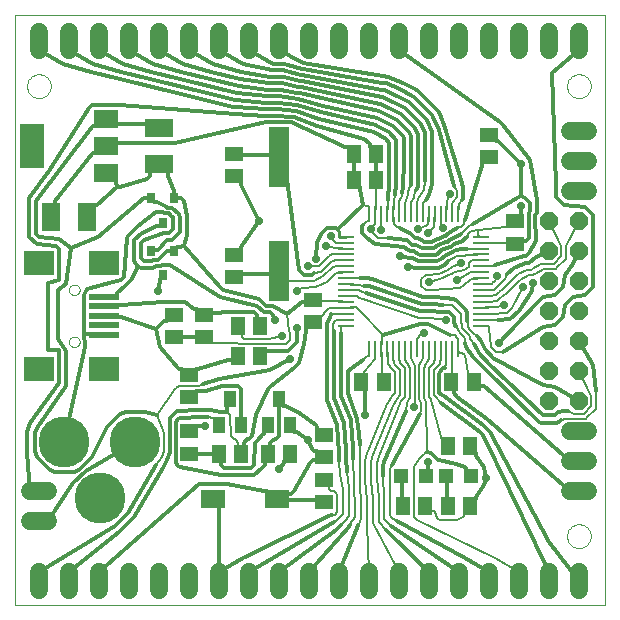
<source format=gtl>
G75*
G70*
%OFA0B0*%
%FSLAX24Y24*%
%IPPOS*%
%LPD*%
%AMOC8*
5,1,8,0,0,1.08239X$1,22.5*
%
%ADD10C,0.0000*%
%ADD11C,0.0600*%
%ADD12R,0.0790X0.0590*%
%ADD13R,0.0790X0.1500*%
%ADD14R,0.0984X0.0197*%
%ADD15R,0.0984X0.0787*%
%ADD16C,0.1700*%
%ADD17R,0.0591X0.0512*%
%ADD18R,0.0512X0.0591*%
%ADD19R,0.0630X0.0945*%
%ADD20R,0.0945X0.0630*%
%ADD21R,0.0472X0.0472*%
%ADD22R,0.0787X0.0630*%
%ADD23R,0.0580X0.0110*%
%ADD24R,0.0110X0.0580*%
%ADD25OC8,0.0600*%
%ADD26R,0.0315X0.0354*%
%ADD27R,0.0394X0.0551*%
%ADD28R,0.0700X0.2000*%
%ADD29C,0.0118*%
%ADD30C,0.0079*%
%ADD31C,0.0277*%
%ADD32C,0.0110*%
D10*
X001875Y000107D02*
X001875Y019792D01*
X021560Y019792D01*
X021560Y000107D01*
X001875Y000107D01*
X003681Y008886D02*
X003683Y008912D01*
X003689Y008938D01*
X003699Y008963D01*
X003712Y008986D01*
X003728Y009006D01*
X003748Y009024D01*
X003770Y009039D01*
X003793Y009051D01*
X003819Y009059D01*
X003845Y009063D01*
X003871Y009063D01*
X003897Y009059D01*
X003923Y009051D01*
X003947Y009039D01*
X003968Y009024D01*
X003988Y009006D01*
X004004Y008986D01*
X004017Y008963D01*
X004027Y008938D01*
X004033Y008912D01*
X004035Y008886D01*
X004033Y008860D01*
X004027Y008834D01*
X004017Y008809D01*
X004004Y008786D01*
X003988Y008766D01*
X003968Y008748D01*
X003946Y008733D01*
X003923Y008721D01*
X003897Y008713D01*
X003871Y008709D01*
X003845Y008709D01*
X003819Y008713D01*
X003793Y008721D01*
X003769Y008733D01*
X003748Y008748D01*
X003728Y008766D01*
X003712Y008786D01*
X003699Y008809D01*
X003689Y008834D01*
X003683Y008860D01*
X003681Y008886D01*
X003681Y010619D02*
X003683Y010645D01*
X003689Y010671D01*
X003699Y010696D01*
X003712Y010719D01*
X003728Y010739D01*
X003748Y010757D01*
X003770Y010772D01*
X003793Y010784D01*
X003819Y010792D01*
X003845Y010796D01*
X003871Y010796D01*
X003897Y010792D01*
X003923Y010784D01*
X003947Y010772D01*
X003968Y010757D01*
X003988Y010739D01*
X004004Y010719D01*
X004017Y010696D01*
X004027Y010671D01*
X004033Y010645D01*
X004035Y010619D01*
X004033Y010593D01*
X004027Y010567D01*
X004017Y010542D01*
X004004Y010519D01*
X003988Y010499D01*
X003968Y010481D01*
X003946Y010466D01*
X003923Y010454D01*
X003897Y010446D01*
X003871Y010442D01*
X003845Y010442D01*
X003819Y010446D01*
X003793Y010454D01*
X003769Y010466D01*
X003748Y010481D01*
X003728Y010499D01*
X003712Y010519D01*
X003699Y010542D01*
X003689Y010567D01*
X003683Y010593D01*
X003681Y010619D01*
X002284Y017410D02*
X002286Y017449D01*
X002292Y017488D01*
X002302Y017526D01*
X002315Y017563D01*
X002332Y017598D01*
X002352Y017632D01*
X002376Y017663D01*
X002403Y017692D01*
X002432Y017718D01*
X002464Y017741D01*
X002498Y017761D01*
X002534Y017777D01*
X002571Y017789D01*
X002610Y017798D01*
X002649Y017803D01*
X002688Y017804D01*
X002727Y017801D01*
X002766Y017794D01*
X002803Y017783D01*
X002840Y017769D01*
X002875Y017751D01*
X002908Y017730D01*
X002939Y017705D01*
X002967Y017678D01*
X002992Y017648D01*
X003014Y017615D01*
X003033Y017581D01*
X003048Y017545D01*
X003060Y017507D01*
X003068Y017469D01*
X003072Y017430D01*
X003072Y017390D01*
X003068Y017351D01*
X003060Y017313D01*
X003048Y017275D01*
X003033Y017239D01*
X003014Y017205D01*
X002992Y017172D01*
X002967Y017142D01*
X002939Y017115D01*
X002908Y017090D01*
X002875Y017069D01*
X002840Y017051D01*
X002803Y017037D01*
X002766Y017026D01*
X002727Y017019D01*
X002688Y017016D01*
X002649Y017017D01*
X002610Y017022D01*
X002571Y017031D01*
X002534Y017043D01*
X002498Y017059D01*
X002464Y017079D01*
X002432Y017102D01*
X002403Y017128D01*
X002376Y017157D01*
X002352Y017188D01*
X002332Y017222D01*
X002315Y017257D01*
X002302Y017294D01*
X002292Y017332D01*
X002286Y017371D01*
X002284Y017410D01*
X020284Y017410D02*
X020286Y017449D01*
X020292Y017488D01*
X020302Y017526D01*
X020315Y017563D01*
X020332Y017598D01*
X020352Y017632D01*
X020376Y017663D01*
X020403Y017692D01*
X020432Y017718D01*
X020464Y017741D01*
X020498Y017761D01*
X020534Y017777D01*
X020571Y017789D01*
X020610Y017798D01*
X020649Y017803D01*
X020688Y017804D01*
X020727Y017801D01*
X020766Y017794D01*
X020803Y017783D01*
X020840Y017769D01*
X020875Y017751D01*
X020908Y017730D01*
X020939Y017705D01*
X020967Y017678D01*
X020992Y017648D01*
X021014Y017615D01*
X021033Y017581D01*
X021048Y017545D01*
X021060Y017507D01*
X021068Y017469D01*
X021072Y017430D01*
X021072Y017390D01*
X021068Y017351D01*
X021060Y017313D01*
X021048Y017275D01*
X021033Y017239D01*
X021014Y017205D01*
X020992Y017172D01*
X020967Y017142D01*
X020939Y017115D01*
X020908Y017090D01*
X020875Y017069D01*
X020840Y017051D01*
X020803Y017037D01*
X020766Y017026D01*
X020727Y017019D01*
X020688Y017016D01*
X020649Y017017D01*
X020610Y017022D01*
X020571Y017031D01*
X020534Y017043D01*
X020498Y017059D01*
X020464Y017079D01*
X020432Y017102D01*
X020403Y017128D01*
X020376Y017157D01*
X020352Y017188D01*
X020332Y017222D01*
X020315Y017257D01*
X020302Y017294D01*
X020292Y017332D01*
X020286Y017371D01*
X020284Y017410D01*
X020284Y002410D02*
X020286Y002449D01*
X020292Y002488D01*
X020302Y002526D01*
X020315Y002563D01*
X020332Y002598D01*
X020352Y002632D01*
X020376Y002663D01*
X020403Y002692D01*
X020432Y002718D01*
X020464Y002741D01*
X020498Y002761D01*
X020534Y002777D01*
X020571Y002789D01*
X020610Y002798D01*
X020649Y002803D01*
X020688Y002804D01*
X020727Y002801D01*
X020766Y002794D01*
X020803Y002783D01*
X020840Y002769D01*
X020875Y002751D01*
X020908Y002730D01*
X020939Y002705D01*
X020967Y002678D01*
X020992Y002648D01*
X021014Y002615D01*
X021033Y002581D01*
X021048Y002545D01*
X021060Y002507D01*
X021068Y002469D01*
X021072Y002430D01*
X021072Y002390D01*
X021068Y002351D01*
X021060Y002313D01*
X021048Y002275D01*
X021033Y002239D01*
X021014Y002205D01*
X020992Y002172D01*
X020967Y002142D01*
X020939Y002115D01*
X020908Y002090D01*
X020875Y002069D01*
X020840Y002051D01*
X020803Y002037D01*
X020766Y002026D01*
X020727Y002019D01*
X020688Y002016D01*
X020649Y002017D01*
X020610Y002022D01*
X020571Y002031D01*
X020534Y002043D01*
X020498Y002059D01*
X020464Y002079D01*
X020432Y002102D01*
X020403Y002128D01*
X020376Y002157D01*
X020352Y002188D01*
X020332Y002222D01*
X020315Y002257D01*
X020302Y002294D01*
X020292Y002332D01*
X020286Y002371D01*
X020284Y002410D01*
D11*
X020678Y001210D02*
X020678Y000610D01*
X019678Y000610D02*
X019678Y001210D01*
X018678Y001210D02*
X018678Y000610D01*
X017678Y000610D02*
X017678Y001210D01*
X016678Y001210D02*
X016678Y000610D01*
X015678Y000610D02*
X015678Y001210D01*
X014678Y001210D02*
X014678Y000610D01*
X013678Y000610D02*
X013678Y001210D01*
X012678Y001210D02*
X012678Y000610D01*
X011678Y000610D02*
X011678Y001210D01*
X010678Y001210D02*
X010678Y000610D01*
X009678Y000610D02*
X009678Y001210D01*
X008678Y001210D02*
X008678Y000610D01*
X007678Y000610D02*
X007678Y001210D01*
X006678Y001210D02*
X006678Y000610D01*
X005678Y000610D02*
X005678Y001210D01*
X004678Y001210D02*
X004678Y000610D01*
X003678Y000610D02*
X003678Y001210D01*
X002678Y001210D02*
X002678Y000610D01*
X002978Y002910D02*
X002378Y002910D01*
X002378Y003910D02*
X002978Y003910D01*
X002678Y018610D02*
X002678Y019210D01*
X003678Y019210D02*
X003678Y018610D01*
X004678Y018610D02*
X004678Y019210D01*
X005678Y019210D02*
X005678Y018610D01*
X006678Y018610D02*
X006678Y019210D01*
X007678Y019210D02*
X007678Y018610D01*
X008678Y018610D02*
X008678Y019210D01*
X009678Y019210D02*
X009678Y018610D01*
X010678Y018610D02*
X010678Y019210D01*
X011678Y019210D02*
X011678Y018610D01*
X012678Y018610D02*
X012678Y019210D01*
X013678Y019210D02*
X013678Y018610D01*
X014678Y018610D02*
X014678Y019210D01*
X015678Y019210D02*
X015678Y018610D01*
X016678Y018610D02*
X016678Y019210D01*
X017678Y019210D02*
X017678Y018610D01*
X018678Y018610D02*
X018678Y019210D01*
X019678Y019210D02*
X019678Y018610D01*
X020678Y018610D02*
X020678Y019210D01*
X020978Y015910D02*
X020378Y015910D01*
X020378Y014910D02*
X020978Y014910D01*
X020978Y013910D02*
X020378Y013910D01*
X020378Y005910D02*
X020978Y005910D01*
X020978Y004910D02*
X020378Y004910D01*
X020378Y003910D02*
X020978Y003910D01*
D12*
X004918Y014520D03*
X004918Y015420D03*
X004918Y016320D03*
D13*
X002438Y015410D03*
D14*
X004843Y010382D03*
X004843Y010067D03*
X004843Y009753D03*
X004843Y009438D03*
X004843Y009123D03*
D15*
X004843Y007981D03*
X002677Y007981D03*
X002677Y011524D03*
X004843Y011524D03*
D16*
X005894Y005535D03*
X004713Y003685D03*
X003531Y005535D03*
D17*
X007178Y009036D03*
X007178Y009784D03*
X008178Y009784D03*
X008178Y009036D03*
X007678Y007784D03*
X007678Y007036D03*
X007678Y005909D03*
X007678Y005161D03*
X012178Y005036D03*
X012178Y005784D03*
X012178Y004284D03*
X012178Y003536D03*
X011803Y009536D03*
X011803Y010284D03*
X009178Y011036D03*
X009178Y011784D03*
X009178Y014411D03*
X009178Y015159D03*
X017678Y015036D03*
X017678Y015784D03*
X018553Y012909D03*
X018553Y012161D03*
D18*
X013927Y014285D03*
X013179Y014285D03*
X013179Y015160D03*
X013927Y015160D03*
X010052Y009410D03*
X009304Y009410D03*
X009304Y008410D03*
X010052Y008410D03*
X013429Y007535D03*
X014177Y007535D03*
X016429Y007535D03*
X017177Y007535D03*
X017052Y005410D03*
X016304Y005410D03*
X016304Y003410D03*
X017052Y003410D03*
X015552Y003410D03*
X014804Y003410D03*
X011052Y005160D03*
X010304Y005160D03*
X009427Y005160D03*
X008679Y005160D03*
D19*
X004269Y013035D03*
X003088Y013035D03*
D20*
X006678Y014819D03*
X006678Y016001D03*
D21*
X014765Y004410D03*
X015592Y004410D03*
X016265Y004410D03*
X017092Y004410D03*
D22*
X010616Y003660D03*
X008490Y003660D03*
D23*
X012928Y009430D03*
X012928Y009630D03*
X012928Y009830D03*
X012928Y010020D03*
X012928Y010220D03*
X012928Y010420D03*
X012928Y010610D03*
X012928Y010810D03*
X012928Y011010D03*
X012928Y011210D03*
X012928Y011400D03*
X012928Y011600D03*
X012928Y011800D03*
X012928Y011990D03*
X012928Y012190D03*
X012928Y012390D03*
X017428Y012390D03*
X017428Y012190D03*
X017428Y011990D03*
X017428Y011800D03*
X017428Y011600D03*
X017428Y011400D03*
X017428Y011210D03*
X017428Y011010D03*
X017428Y010810D03*
X017428Y010610D03*
X017428Y010420D03*
X017428Y010220D03*
X017428Y010020D03*
X017428Y009830D03*
X017428Y009630D03*
X017428Y009430D03*
D24*
X016658Y008660D03*
X016458Y008660D03*
X016258Y008660D03*
X016068Y008660D03*
X015868Y008660D03*
X015668Y008660D03*
X015478Y008660D03*
X015278Y008660D03*
X015078Y008660D03*
X014878Y008660D03*
X014688Y008660D03*
X014488Y008660D03*
X014288Y008660D03*
X014098Y008660D03*
X013898Y008660D03*
X013698Y008660D03*
X013698Y013160D03*
X013898Y013160D03*
X014098Y013160D03*
X014288Y013160D03*
X014488Y013160D03*
X014688Y013160D03*
X014878Y013160D03*
X015078Y013160D03*
X015278Y013160D03*
X015478Y013160D03*
X015668Y013160D03*
X015868Y013160D03*
X016068Y013160D03*
X016258Y013160D03*
X016458Y013160D03*
X016658Y013160D03*
D25*
X019678Y012910D03*
X019678Y011910D03*
X019678Y010910D03*
X019678Y009910D03*
X019678Y008910D03*
X019678Y007910D03*
X019678Y006910D03*
X020678Y006910D03*
X020678Y007910D03*
X020678Y008910D03*
X020678Y009910D03*
X020678Y010910D03*
X020678Y011910D03*
X020678Y012910D03*
D26*
X007177Y013679D03*
X006429Y013679D03*
X006803Y012852D03*
X006429Y011929D03*
X007177Y011929D03*
X006803Y011102D03*
D27*
X009053Y006968D03*
X008679Y006102D03*
X009427Y006102D03*
X010304Y006102D03*
X011052Y006102D03*
X010678Y006968D03*
D28*
X010678Y011260D03*
X010678Y015060D03*
D29*
X010387Y015109D01*
X010328Y015109D01*
X009473Y015109D01*
X009414Y015109D01*
X009178Y015159D01*
X009178Y014411D02*
X009414Y014214D01*
X009414Y014155D01*
X009414Y014131D01*
X010013Y012914D01*
X009414Y012064D01*
X009414Y012040D01*
X009414Y011981D01*
X009178Y011784D01*
X009414Y011148D02*
X009178Y011036D01*
X009414Y011148D02*
X009473Y011148D01*
X010328Y011148D01*
X010387Y011148D01*
X010678Y011260D01*
X011355Y011296D02*
X010969Y014036D01*
X010969Y014060D01*
X010969Y014119D01*
X010678Y015060D01*
X010452Y016216D02*
X010393Y016216D01*
X010263Y016216D01*
X007224Y015508D01*
X005313Y015508D01*
X005254Y015508D01*
X004918Y015420D01*
X004582Y015184D01*
X004523Y015184D01*
X004499Y015184D01*
X004464Y015149D01*
X003225Y013581D01*
X003225Y013507D01*
X003225Y013448D01*
X003088Y013035D01*
X002595Y012636D02*
X002595Y012489D01*
X002699Y012385D01*
X003341Y012331D01*
X003753Y012004D01*
X004657Y012385D01*
X006198Y013679D01*
X006272Y013679D01*
X006331Y013679D01*
X006429Y013679D01*
X006528Y013561D01*
X006587Y013561D01*
X006611Y013561D01*
X006946Y013374D01*
X006963Y013364D01*
X007124Y013364D01*
X007354Y013133D01*
X007374Y013006D01*
X007374Y012905D01*
X007374Y012563D01*
X007360Y012510D01*
X007126Y012276D01*
X006949Y012276D01*
X006850Y012176D01*
X006753Y012037D01*
X006655Y011940D01*
X006587Y011940D01*
X006528Y011940D01*
X006429Y011929D01*
X006507Y011614D02*
X006644Y011614D01*
X006749Y011715D01*
X006951Y011917D01*
X007020Y011917D01*
X007079Y011917D01*
X007177Y011929D01*
X007276Y012047D01*
X007335Y012047D01*
X007359Y012047D01*
X007513Y012087D01*
X007610Y012439D01*
X007610Y012911D01*
X007610Y013071D01*
X007512Y013575D01*
X007408Y013679D01*
X007335Y013679D01*
X007276Y013679D01*
X007177Y013679D01*
X007197Y013797D01*
X007197Y013856D01*
X007197Y013929D01*
X006973Y014431D01*
X006973Y014504D01*
X006973Y014564D01*
X006678Y014819D01*
X006383Y014564D01*
X006383Y014504D01*
X006383Y014431D01*
X006279Y014327D01*
X005387Y014048D01*
X005288Y014048D01*
X004608Y013448D01*
X004584Y013448D01*
X004525Y013448D01*
X004269Y013035D01*
X003753Y012004D02*
X003582Y010821D01*
X003332Y010619D01*
X003332Y008985D01*
X003588Y008591D01*
X003583Y007416D01*
X002625Y006015D01*
X002551Y005837D01*
X002551Y005233D01*
X002625Y005055D01*
X003052Y004628D01*
X003230Y004554D01*
X003833Y004554D01*
X004011Y004628D01*
X004438Y005055D01*
X004947Y006041D01*
X005387Y006481D01*
X005583Y006562D01*
X006205Y006562D01*
X006615Y006457D01*
X007034Y006334D02*
X007273Y006572D01*
X007988Y006603D01*
X008004Y006609D01*
X008044Y006609D01*
X008206Y006611D01*
X008402Y006611D01*
X008728Y006555D01*
X008791Y006535D01*
X008867Y006535D01*
X008954Y006535D02*
X008954Y006692D01*
X008954Y006752D01*
X009053Y006968D01*
X008930Y007421D02*
X008783Y007421D01*
X008244Y007241D01*
X008096Y007233D01*
X007973Y007233D01*
X007914Y007233D01*
X007678Y007036D01*
X008147Y007477D02*
X008685Y007657D01*
X010381Y007938D01*
X011064Y008300D01*
X011359Y008177D02*
X011186Y008004D01*
X010408Y007421D01*
X010304Y007317D01*
X009930Y006451D01*
X009792Y005757D01*
X009694Y005659D01*
X009610Y005632D01*
X009506Y005529D01*
X009506Y005455D01*
X009506Y005396D01*
X009427Y005160D01*
X009610Y004688D02*
X009756Y004688D01*
X009860Y004791D01*
X009871Y005470D01*
X009880Y005525D01*
X009979Y005623D01*
X010132Y005767D01*
X010166Y005802D01*
X010166Y005826D01*
X010166Y005885D01*
X010304Y006102D01*
X010488Y005630D02*
X010574Y005649D01*
X010678Y005753D01*
X010678Y006692D01*
X010678Y006752D01*
X010678Y006968D01*
X010816Y006752D01*
X010875Y006752D01*
X010899Y006752D01*
X011322Y006555D01*
X011907Y006099D01*
X011942Y006064D01*
X011942Y006040D01*
X011942Y005981D01*
X012178Y005784D01*
X012651Y005661D02*
X012666Y005202D01*
X012678Y004914D01*
X012914Y005012D02*
X012934Y004560D01*
X012914Y005012D02*
X012903Y005254D01*
X012887Y005758D01*
X012851Y006189D01*
X012851Y006196D01*
X012524Y007004D01*
X012513Y009249D01*
X012761Y009197D02*
X012760Y008001D01*
X012760Y007411D01*
X012760Y007069D01*
X013069Y006265D01*
X013069Y006232D01*
X013123Y005823D01*
X013139Y005352D01*
X013158Y004973D01*
X013375Y005449D02*
X013359Y005811D01*
X013287Y006320D01*
X012996Y007166D01*
X012996Y007313D01*
X012996Y007904D01*
X013100Y008007D01*
X013481Y008292D01*
X013429Y007535D02*
X013564Y007299D01*
X013564Y007240D01*
X013564Y006438D01*
X012632Y006106D02*
X012651Y005661D01*
X012632Y006106D02*
X012287Y006957D01*
X012277Y009151D01*
X012277Y009346D01*
X012282Y009523D01*
X012368Y009680D01*
X012368Y009687D01*
X012418Y009812D01*
X011803Y009536D02*
X011567Y009339D01*
X011567Y009280D01*
X011567Y009256D01*
X011521Y008820D01*
X011359Y008177D01*
X010992Y008590D02*
X011274Y008872D01*
X011274Y009271D01*
X011269Y009351D01*
X010946Y009812D02*
X011434Y010205D01*
X011508Y010205D01*
X011567Y010205D01*
X011803Y010284D01*
X011773Y011123D02*
X011528Y011123D01*
X011355Y011296D01*
X011773Y011123D02*
X011836Y011174D01*
X011910Y011642D02*
X011958Y012217D01*
X012115Y012521D01*
X012288Y012693D01*
X012533Y012693D01*
X012651Y012646D01*
X013466Y013461D01*
X013376Y013965D01*
X013376Y013990D01*
X013376Y014049D01*
X013179Y014285D01*
X013179Y014521D01*
X013179Y014580D01*
X013179Y014865D01*
X013179Y014924D01*
X013179Y015160D01*
X012982Y015396D01*
X012923Y015396D01*
X012899Y015396D01*
X011085Y016198D01*
X010452Y016216D01*
X010541Y016431D02*
X011192Y016396D01*
X011961Y016087D01*
X013508Y015632D01*
X013696Y015514D01*
X013730Y015480D01*
X013730Y015455D01*
X013730Y015396D01*
X013927Y015160D01*
X013927Y014924D01*
X013927Y014865D01*
X013927Y014580D01*
X013927Y014521D01*
X013927Y014285D01*
X014357Y014234D02*
X014359Y014448D01*
X014360Y014791D01*
X014360Y014938D01*
X014360Y015529D01*
X014256Y015632D01*
X013842Y015869D01*
X012029Y016311D01*
X011253Y016593D01*
X010611Y016647D01*
X010229Y016647D01*
X009235Y016716D01*
X009157Y016731D01*
X008226Y016958D01*
X007288Y017188D01*
X005382Y017660D01*
X004429Y017897D01*
X003481Y018133D01*
X002678Y018610D01*
X002678Y018910D01*
X003678Y018910D02*
X003678Y018610D01*
X004481Y018133D01*
X005429Y017897D01*
X006382Y017660D01*
X008288Y017188D01*
X009226Y016958D01*
X009259Y016952D01*
X010250Y016862D01*
X010654Y016862D01*
X011292Y016790D01*
X012097Y016534D01*
X013907Y016105D01*
X013964Y016081D01*
X014354Y015869D01*
X014596Y015626D01*
X014596Y015036D01*
X014596Y014694D01*
X014595Y014410D01*
X014590Y014187D01*
X014590Y014117D01*
X014582Y013972D01*
X014564Y013942D01*
X014564Y013832D01*
X014548Y013768D01*
X014312Y013866D02*
X014344Y013923D01*
X014344Y014033D01*
X014353Y014067D01*
X014357Y014214D01*
X014357Y014234D01*
X014312Y013866D02*
X014308Y013630D01*
X014784Y013851D02*
X014823Y014052D01*
X014823Y014126D01*
X014830Y014345D01*
X014833Y014629D01*
X014833Y015101D01*
X014833Y015691D01*
X014809Y015748D01*
X014476Y016081D01*
X014098Y016282D01*
X013954Y016341D01*
X012165Y016757D01*
X011331Y016988D01*
X010696Y017077D01*
X010271Y017077D01*
X009288Y017188D01*
X007382Y017660D01*
X006429Y017897D01*
X005481Y018133D01*
X004678Y018610D01*
X004678Y018910D01*
X005678Y018910D02*
X005678Y018610D01*
X006481Y018133D01*
X007429Y017897D01*
X008382Y017660D01*
X009335Y017424D01*
X010309Y017293D01*
X010739Y017293D01*
X011290Y017196D01*
X011370Y017185D01*
X012233Y016981D01*
X014001Y016577D01*
X014231Y016482D01*
X014609Y016282D01*
X015010Y015882D01*
X015069Y015738D01*
X015072Y014130D01*
X015304Y014034D02*
X015304Y014329D01*
X015305Y014535D01*
X015305Y015195D01*
X015305Y015785D01*
X015210Y016015D01*
X014743Y016482D01*
X014365Y016682D01*
X014048Y016814D01*
X011410Y017382D01*
X011329Y017391D01*
X010782Y017508D01*
X010352Y017508D01*
X009382Y017660D01*
X008429Y017897D01*
X007481Y018133D01*
X006678Y018610D01*
X006678Y018910D01*
X007678Y018910D02*
X007678Y018610D01*
X008481Y018133D01*
X009429Y017897D01*
X010395Y017723D01*
X010807Y017723D01*
X010841Y017716D01*
X011368Y017587D01*
X011440Y017580D01*
X011457Y017576D01*
X014105Y017046D01*
X014489Y016887D01*
X014877Y016682D01*
X015410Y016149D01*
X015541Y015832D01*
X015541Y015773D01*
X015541Y015019D01*
X015536Y014233D01*
X015773Y014135D02*
X015778Y014983D01*
X015778Y015810D01*
X015778Y015869D01*
X015773Y015889D01*
X015614Y016273D01*
X015603Y016291D01*
X015018Y016875D01*
X015001Y016887D01*
X014601Y017096D01*
X014174Y017273D01*
X014108Y017286D01*
X011459Y017777D01*
X011407Y017782D01*
X010904Y017924D01*
X010828Y017939D01*
X010438Y017939D01*
X009481Y018133D01*
X008678Y018610D01*
X008678Y018910D01*
X009678Y018910D02*
X009678Y018610D01*
X010489Y018154D01*
X010850Y018154D01*
X010967Y018131D01*
X011446Y017978D01*
X011479Y017974D01*
X014131Y017522D01*
X014243Y017500D01*
X014713Y017305D01*
X015113Y017096D01*
X015169Y017058D01*
X015786Y016441D01*
X015824Y016385D01*
X016001Y015958D01*
X016532Y014071D01*
X016769Y014169D02*
X016228Y016027D01*
X016033Y016497D01*
X015970Y016592D01*
X015319Y017242D01*
X015225Y017305D01*
X014825Y017515D01*
X014312Y017727D01*
X014154Y017758D01*
X011497Y018173D01*
X010678Y018610D01*
X010678Y018910D01*
X010541Y016431D02*
X010207Y016431D01*
X009212Y016479D01*
X005387Y016792D01*
X004597Y016792D01*
X004450Y016792D01*
X004346Y016688D01*
X003010Y014587D01*
X002359Y013679D01*
X002359Y012734D01*
X002359Y012391D01*
X002601Y012149D01*
X003243Y012095D01*
X003346Y011991D01*
X003351Y010953D01*
X002977Y010855D01*
X002977Y008611D01*
X003351Y008611D01*
X003346Y007661D01*
X003346Y007514D01*
X002385Y006175D01*
X002268Y005893D01*
X002268Y005177D01*
X002378Y003910D01*
X002678Y003910D01*
X002678Y002910D02*
X002978Y002910D01*
X003806Y004165D01*
X004233Y004591D01*
X005894Y005535D01*
X006592Y004784D02*
X005659Y003178D01*
X005219Y002738D01*
X002678Y001210D01*
X002678Y000910D01*
X003678Y000910D02*
X003678Y001210D01*
X005353Y002538D01*
X005859Y003044D01*
X006828Y004686D01*
X006944Y004959D01*
X007044Y005199D01*
X007044Y005871D01*
X007034Y006021D01*
X007034Y006309D01*
X007034Y006334D01*
X007234Y006227D02*
X007234Y006103D01*
X007243Y005910D01*
X007243Y005160D01*
X007234Y004967D01*
X007234Y004843D01*
X007321Y004756D01*
X007369Y004728D01*
X008764Y004451D01*
X009512Y004451D01*
X009854Y004451D01*
X010122Y004688D01*
X010225Y004791D01*
X010225Y004865D01*
X010225Y004924D01*
X010304Y005160D01*
X010386Y005396D01*
X010386Y005455D01*
X010386Y005528D01*
X010488Y005630D01*
X011052Y006102D02*
X011190Y005885D01*
X011249Y005885D01*
X011273Y005885D01*
X011643Y005599D01*
X011706Y005455D01*
X011824Y005267D01*
X011858Y005233D01*
X011883Y005233D01*
X011942Y005233D01*
X012178Y005036D01*
X011942Y004957D01*
X011883Y004957D01*
X011809Y004957D01*
X011706Y004853D01*
X011187Y003902D01*
X011083Y003798D01*
X011010Y003798D01*
X010951Y003798D01*
X010616Y003660D01*
X010951Y003598D01*
X011010Y003598D01*
X011883Y003598D01*
X011942Y003598D01*
X012178Y003536D01*
X012403Y003103D02*
X009481Y001687D01*
X008678Y001210D01*
X008678Y003345D01*
X008678Y003404D01*
X008490Y003660D01*
X008170Y004152D02*
X008023Y004152D01*
X004678Y001210D01*
X004678Y000910D01*
X008170Y004152D02*
X008957Y004152D01*
X010198Y003916D01*
X010222Y003916D01*
X010281Y003916D01*
X010616Y003660D01*
X010678Y004658D02*
X010855Y004840D01*
X010855Y004865D01*
X010855Y004924D01*
X011052Y005160D01*
X009610Y004688D02*
X008862Y004688D01*
X008758Y004791D01*
X008758Y004865D01*
X008758Y004924D01*
X008679Y005160D01*
X008482Y005160D01*
X008423Y005160D01*
X007973Y005160D01*
X007914Y005160D01*
X007678Y005161D01*
X007678Y005909D02*
X007914Y006091D01*
X007973Y006091D01*
X008214Y006091D01*
X008304Y006375D02*
X008096Y006375D01*
X008084Y006370D01*
X007369Y006342D01*
X007321Y006314D01*
X007234Y006227D01*
X007678Y007784D02*
X007442Y007981D01*
X007383Y007981D01*
X007358Y007981D01*
X007324Y008015D01*
X006706Y008707D01*
X006588Y009316D01*
X006824Y009553D01*
X006858Y009587D01*
X006883Y009587D01*
X006942Y009587D01*
X007178Y009784D01*
X006956Y010217D02*
X006809Y010217D01*
X005408Y010107D01*
X005335Y010107D01*
X005276Y010107D01*
X004843Y010067D01*
X004843Y009753D02*
X005276Y009713D01*
X005335Y009713D01*
X005408Y009713D01*
X006588Y009316D01*
X007178Y009036D02*
X007414Y009036D01*
X007473Y009036D01*
X007883Y009036D01*
X007942Y009036D01*
X008178Y009036D01*
X008178Y009784D02*
X008414Y009863D01*
X008473Y009863D01*
X008547Y009863D01*
X008975Y009882D01*
X009122Y009882D01*
X009633Y009882D01*
X009864Y009868D01*
X009959Y009773D01*
X009959Y009705D01*
X009959Y009646D01*
X010052Y009410D01*
X010169Y009876D02*
X009955Y010089D01*
X008712Y010367D01*
X007034Y011456D01*
X006975Y011456D01*
X006828Y011456D01*
X006725Y011417D01*
X006589Y011417D01*
X006495Y011362D01*
X006443Y011338D01*
X006100Y011338D01*
X005997Y011379D01*
X005748Y010959D01*
X005506Y010717D01*
X005310Y010540D01*
X005276Y010505D01*
X005276Y010481D01*
X005276Y010422D01*
X004843Y010382D01*
X005163Y010894D02*
X005408Y010953D01*
X005512Y011057D01*
X005622Y012342D01*
X005645Y012398D01*
X005979Y012732D01*
X006572Y013206D01*
X006719Y013206D01*
X006778Y013206D01*
X006881Y013167D01*
X007018Y013167D01*
X007098Y013086D01*
X007138Y013043D01*
X007138Y012807D01*
X007138Y012660D01*
X007131Y012604D01*
X007031Y012505D01*
X006854Y012505D01*
X006198Y012283D01*
X006094Y012179D01*
X006094Y011825D01*
X006094Y011678D01*
X006198Y011574D01*
X006257Y011574D01*
X006404Y011574D01*
X006507Y011614D01*
X005997Y011379D02*
X005858Y011580D01*
X005858Y011923D01*
X005858Y012277D01*
X006100Y012519D01*
X006621Y012734D01*
X006646Y012734D01*
X006705Y012734D01*
X006803Y012852D01*
X007513Y012087D02*
X008706Y010707D01*
X008809Y010603D01*
X010024Y010311D01*
X010064Y010294D01*
X010261Y010097D01*
X010319Y010095D01*
X010469Y010095D01*
X010946Y009812D01*
X010548Y009611D02*
X010473Y009774D01*
X010376Y009871D01*
X010226Y009871D01*
X010169Y009876D01*
X010249Y008590D02*
X010308Y008590D01*
X010992Y008590D01*
X010249Y008590D02*
X010052Y008410D01*
X009304Y008410D02*
X009107Y008292D01*
X009048Y008292D01*
X008975Y008292D01*
X007998Y007981D01*
X007973Y007981D01*
X007914Y007981D01*
X007678Y007784D01*
X008930Y007421D02*
X009323Y007421D01*
X009427Y007317D01*
X009427Y006378D01*
X009427Y006318D01*
X009427Y006102D01*
X012403Y003103D02*
X012462Y003103D01*
X012501Y002867D02*
X010481Y001687D01*
X009678Y001210D01*
X009678Y000910D01*
X008678Y000910D02*
X008678Y001210D01*
X008678Y000910D01*
X010678Y000910D02*
X010678Y001210D01*
X012599Y002630D01*
X012641Y002670D01*
X012749Y002776D01*
X012985Y002678D02*
X011678Y001210D01*
X011678Y000910D01*
X012678Y000910D02*
X012678Y001210D01*
X013292Y002682D01*
X013300Y002796D01*
X013056Y002780D02*
X012985Y002678D01*
X014261Y002599D02*
X014333Y002527D01*
X014423Y002438D01*
X015678Y001210D01*
X015678Y000910D01*
X016678Y000910D02*
X016678Y001210D01*
X014521Y002674D01*
X014430Y002760D01*
X014619Y002910D02*
X016876Y001687D01*
X017678Y001210D01*
X017678Y000910D01*
X019678Y000910D02*
X019678Y001210D01*
X017485Y005779D01*
X017381Y005882D01*
X016076Y006835D01*
X016172Y007067D02*
X017479Y006119D01*
X017721Y005876D01*
X019678Y002210D01*
X020678Y000910D01*
X020678Y003910D02*
X020378Y003910D01*
X017601Y006331D01*
X016612Y007063D01*
X016508Y007166D01*
X016508Y007240D01*
X016508Y007299D01*
X016429Y007535D01*
X016031Y007299D02*
X016031Y007830D01*
X016034Y007888D01*
X016116Y007969D01*
X016160Y008004D01*
X016165Y008004D01*
X016210Y008008D01*
X017148Y008373D02*
X016930Y008726D01*
X016891Y008863D01*
X017166Y008823D02*
X017296Y008634D01*
X017312Y008596D01*
X017312Y008586D01*
X017345Y008505D01*
X017698Y008152D01*
X019481Y006433D01*
X019876Y006433D01*
X019998Y006532D01*
X020198Y006583D01*
X020328Y006583D01*
X020095Y006296D02*
X020007Y006230D01*
X019927Y006197D01*
X019429Y006197D01*
X019350Y006230D01*
X017566Y007955D01*
X017148Y008373D01*
X017544Y008635D02*
X017828Y008351D01*
X019481Y007433D01*
X019876Y007387D01*
X020678Y006910D01*
X021265Y007249D02*
X021155Y008108D01*
X020678Y008910D01*
X019876Y009433D02*
X020155Y009712D01*
X020201Y010108D01*
X020481Y010387D01*
X020876Y010433D01*
X021155Y010712D01*
X021155Y011108D01*
X021155Y013108D01*
X020876Y013387D01*
X020181Y013433D01*
X019901Y013712D01*
X019901Y014108D01*
X019776Y017858D01*
X020678Y018610D01*
X020678Y018910D01*
X018047Y016217D02*
X014678Y018610D01*
X014678Y018910D01*
X018047Y016217D02*
X018151Y016113D01*
X019056Y014938D01*
X019276Y013615D01*
X019276Y013190D01*
X019271Y013177D01*
X019221Y013099D01*
X019221Y012721D01*
X019262Y012588D01*
X019262Y012246D01*
X019018Y011835D01*
X018919Y011735D01*
X018858Y011735D01*
X017899Y011461D01*
X018284Y011138D02*
X018506Y011360D01*
X018576Y011389D01*
X018903Y011506D01*
X019014Y011506D01*
X019260Y011724D01*
X019678Y011910D01*
X019026Y012344D02*
X019026Y012490D01*
X019005Y012669D01*
X019005Y013151D01*
X019040Y013280D01*
X019040Y013524D01*
X018867Y013697D01*
X018737Y013749D01*
X018761Y014816D01*
X018032Y015553D01*
X017998Y015587D01*
X017973Y015587D01*
X017914Y015587D01*
X017678Y015784D01*
X017678Y015036D02*
X017442Y014839D01*
X017442Y014780D01*
X017442Y014756D01*
X016891Y012961D01*
X017135Y012819D02*
X018623Y013697D01*
X018737Y013749D01*
X018745Y013402D02*
X018745Y013165D01*
X018745Y013106D01*
X018553Y012909D01*
X019026Y012344D02*
X018922Y012240D01*
X018848Y012240D01*
X018789Y012240D01*
X018553Y012161D01*
X019143Y010839D02*
X019115Y010579D01*
X018670Y009923D01*
X018382Y009634D01*
X017993Y009627D01*
X017311Y009037D02*
X017403Y008921D01*
X017493Y008765D01*
X017544Y008642D01*
X017544Y008635D01*
X017311Y009037D02*
X017273Y009075D01*
X016962Y009595D02*
X016961Y009612D01*
X016961Y009851D01*
X016926Y009936D01*
X016570Y010292D01*
X016485Y010327D01*
X016241Y010363D01*
X015861Y010377D01*
X015487Y010377D01*
X013779Y010985D01*
X013626Y011001D01*
X013399Y011004D01*
X013529Y010764D02*
X013681Y010749D01*
X015439Y010142D01*
X015814Y010142D01*
X016143Y010127D01*
X016046Y009892D02*
X016355Y009892D01*
X016527Y009720D01*
X016528Y009547D01*
X016541Y009459D01*
X016552Y009426D01*
X016568Y009410D01*
X016391Y009130D02*
X015639Y009476D01*
X015395Y009476D01*
X014151Y009130D01*
X015392Y009907D02*
X015768Y009907D01*
X016046Y009892D01*
X015392Y009907D02*
X013584Y010512D01*
X014985Y011386D02*
X015307Y011357D01*
X015979Y011357D01*
X016219Y011457D01*
X016331Y011568D01*
X016207Y011753D02*
X016096Y011642D01*
X015935Y011575D01*
X015350Y011575D01*
X015104Y011672D01*
X015021Y011672D01*
X014725Y011749D01*
X014977Y011936D02*
X014846Y012040D01*
X014206Y012103D01*
X013888Y012138D01*
X013617Y012353D01*
X013452Y012518D01*
X013452Y012751D01*
X013469Y012768D01*
X014304Y012339D02*
X014937Y012273D01*
X014947Y012269D01*
X015105Y012128D01*
X015111Y012126D01*
X015239Y012126D01*
X015329Y012089D01*
X015437Y012012D01*
X015848Y012012D01*
X015968Y012111D01*
X016255Y012229D01*
X016317Y012229D01*
X016361Y012273D01*
X016568Y012396D01*
X016737Y012497D01*
X016615Y012693D02*
X016443Y012583D01*
X016254Y012433D01*
X016239Y012418D01*
X016217Y012418D01*
X015758Y012231D01*
X015528Y012231D01*
X015457Y012281D01*
X015284Y012353D01*
X015201Y012353D01*
X015079Y012466D01*
X014718Y012690D01*
X014977Y011936D02*
X015066Y011899D01*
X015194Y011899D01*
X015200Y011896D01*
X015314Y011827D01*
X015394Y011794D01*
X015892Y011794D01*
X015972Y011827D01*
X016083Y011938D01*
X016295Y012026D01*
X016367Y012041D01*
X016416Y012061D01*
X016468Y012113D01*
X016517Y012134D01*
X016802Y012242D01*
X016832Y012268D01*
X016958Y012394D01*
X016958Y011985D02*
X016776Y011981D01*
X016567Y011945D01*
X016523Y011901D01*
X016207Y011753D01*
X016777Y013607D02*
X016813Y013643D01*
X016813Y014012D01*
X016769Y014169D01*
X015773Y014135D02*
X015682Y013770D01*
X015568Y013627D01*
X015249Y013949D02*
X015304Y014034D01*
X019201Y010108D02*
X019481Y010387D01*
X019876Y010433D01*
X020155Y010712D01*
X020201Y011108D01*
X020492Y011492D01*
X020678Y011910D01*
X019201Y010108D02*
X018029Y008835D01*
X018139Y008560D02*
X018143Y008560D01*
X019481Y009387D01*
X019876Y009433D01*
X017506Y007417D02*
X017433Y007417D01*
X017374Y007417D01*
X017177Y007535D01*
X017506Y007417D02*
X020378Y004910D01*
X020678Y004910D01*
X017568Y004343D02*
X017505Y004100D01*
X017249Y003730D01*
X017249Y003705D01*
X017249Y003646D01*
X017052Y003410D01*
X016304Y003410D02*
X016284Y003646D01*
X016284Y003705D01*
X016284Y004174D01*
X016284Y004233D01*
X016265Y004410D01*
X016574Y004823D02*
X016014Y004938D01*
X015978Y004946D01*
X015754Y005170D01*
X015623Y005217D01*
X015635Y004882D02*
X015635Y004646D01*
X015635Y004587D01*
X015592Y004410D01*
X014784Y004233D02*
X014784Y004174D01*
X014784Y003705D01*
X014784Y003646D01*
X014804Y003410D01*
X014784Y004233D02*
X014765Y004410D01*
X014434Y004796D02*
X015371Y006497D01*
X014903Y006583D02*
X014198Y004894D01*
X014162Y004739D01*
X014162Y004666D01*
X014155Y004422D01*
X016574Y004823D02*
X016880Y004705D01*
X016914Y004671D01*
X016914Y004646D01*
X016914Y004587D01*
X017092Y004410D01*
X017568Y004343D02*
X017505Y004720D01*
X017249Y005090D01*
X017249Y005115D01*
X017249Y005174D01*
X017052Y005410D01*
X016172Y007067D02*
X016114Y007098D01*
X016031Y007181D01*
X016031Y007299D01*
X008178Y009784D02*
X007942Y009981D01*
X007883Y009981D01*
X007858Y009981D01*
X007547Y010217D01*
X006956Y010217D01*
X006651Y010579D02*
X006705Y010900D01*
X006705Y010925D01*
X006705Y010984D01*
X006803Y011102D01*
X005163Y010894D02*
X004277Y010658D01*
X004173Y010456D01*
X004170Y009166D01*
X004213Y008704D01*
X003531Y005535D01*
X004409Y009162D02*
X004843Y009123D01*
X004409Y009162D02*
X004350Y009162D01*
X004277Y009162D01*
X004170Y009166D01*
X002595Y012636D02*
X002595Y013581D01*
X004464Y016049D01*
X004499Y016084D01*
X004523Y016084D01*
X004582Y016084D01*
X004918Y016320D01*
X005254Y016160D01*
X005313Y016160D01*
X006206Y016160D01*
X006265Y016160D01*
X006678Y016001D01*
X005254Y014284D02*
X004918Y014520D01*
X005254Y014284D02*
X005254Y014225D01*
X005254Y014201D01*
X005288Y014048D01*
D30*
X009304Y009410D02*
X009437Y009154D01*
X009437Y009115D01*
X009437Y009064D01*
X009509Y008991D01*
X010257Y008991D01*
X010359Y008991D01*
X010792Y009071D01*
X011001Y009240D02*
X010946Y009812D01*
X011001Y009240D02*
X011060Y009182D01*
X011060Y008961D01*
X010903Y008804D01*
X010682Y008804D01*
X010359Y008829D01*
X009442Y008829D01*
X009173Y008863D01*
X008473Y008863D01*
X008434Y008863D01*
X008178Y009036D01*
X008147Y007477D02*
X008022Y007410D01*
X007334Y007410D01*
X007265Y007341D01*
X007225Y007298D01*
X006615Y006457D01*
X006864Y005835D01*
X006864Y005235D01*
X006792Y005061D01*
X006592Y004784D01*
X008304Y006375D02*
X008466Y006338D01*
X008482Y006338D01*
X008522Y006338D01*
X008679Y006102D01*
X008867Y006535D02*
X008954Y006535D01*
X009033Y006443D01*
X009073Y005761D01*
X009165Y005669D01*
X009236Y005613D01*
X009329Y005521D01*
X009329Y005455D01*
X009329Y005416D01*
X009427Y005160D01*
X012178Y004284D02*
X012355Y004067D01*
X012355Y004028D01*
X012355Y003979D01*
X012424Y003910D01*
X012522Y003910D01*
X012592Y003841D01*
X012623Y003795D01*
X012625Y003786D01*
X012630Y003404D01*
X012630Y003274D01*
X012623Y003218D01*
X012536Y003130D01*
X012462Y003103D01*
X012614Y002941D02*
X012551Y002886D01*
X012501Y002867D01*
X012614Y002941D02*
X012813Y003140D01*
X012826Y003193D01*
X012826Y003485D01*
X012814Y003808D01*
X012814Y003864D01*
X012812Y003932D01*
X012718Y004470D01*
X012678Y004914D01*
X012934Y004560D02*
X013001Y004004D01*
X013003Y003935D01*
X013003Y003826D01*
X013021Y003555D01*
X013021Y003123D01*
X013002Y003068D01*
X012997Y003056D01*
X012902Y002961D01*
X012749Y002776D01*
X013056Y002780D02*
X013091Y002882D01*
X013158Y002949D01*
X013179Y002993D01*
X013217Y003084D01*
X013217Y003594D01*
X013192Y003860D01*
X013192Y003973D01*
X013190Y004041D01*
X013183Y004213D01*
X013158Y004973D01*
X013372Y004924D02*
X013372Y004250D01*
X013379Y004079D01*
X013400Y003571D01*
X013400Y002989D01*
X013335Y002830D01*
X013300Y002796D01*
X013609Y002821D02*
X013678Y001210D01*
X013678Y000910D01*
X014678Y000910D02*
X014678Y001210D01*
X013842Y002769D01*
X013804Y002860D01*
X013804Y003652D01*
X013757Y004257D01*
X013757Y004587D01*
X013757Y004847D01*
X013784Y005032D01*
X014489Y006754D01*
X014607Y006987D01*
X014717Y007122D01*
X014717Y007357D01*
X014717Y007909D01*
X014712Y007946D01*
X014551Y008107D01*
X014504Y008192D01*
X014488Y008347D01*
X014488Y008370D01*
X014488Y008409D01*
X014488Y008660D01*
X014288Y008660D02*
X014304Y008409D01*
X014304Y008370D01*
X014304Y008188D01*
X014310Y008161D01*
X014313Y008155D01*
X014339Y008099D01*
X014416Y008017D01*
X014553Y007880D01*
X014555Y007842D01*
X014555Y007290D01*
X014555Y007189D01*
X014462Y007084D01*
X014310Y006853D01*
X014292Y006811D01*
X013588Y005071D01*
X013564Y004886D01*
X013564Y004289D01*
X013609Y003613D01*
X013609Y002821D01*
X014000Y002899D02*
X014008Y002880D01*
X014261Y002599D01*
X014402Y002763D02*
X014196Y002969D01*
X014196Y003706D01*
X014155Y004422D01*
X013946Y004508D02*
X013946Y004335D01*
X014000Y003687D01*
X014000Y002899D01*
X014402Y002763D02*
X014430Y002760D01*
X014487Y002967D02*
X014516Y002967D01*
X014619Y002910D01*
X014487Y002967D02*
X014401Y003054D01*
X014392Y003109D01*
X014392Y003725D01*
X014374Y004110D01*
X014374Y004238D01*
X014374Y004297D01*
X014375Y004624D01*
X014375Y004651D01*
X014434Y004796D01*
X013950Y004809D02*
X013950Y004709D01*
X013946Y004508D01*
X013950Y004809D02*
X013981Y004983D01*
X014763Y006903D01*
X014879Y007055D01*
X014879Y007424D01*
X014879Y007976D01*
X014871Y008012D01*
X014704Y008192D01*
X014688Y008347D01*
X014688Y008370D01*
X014688Y008409D01*
X014688Y008660D01*
X014878Y008660D02*
X014878Y008409D01*
X014878Y008370D01*
X014878Y008347D01*
X014894Y008271D01*
X015015Y008093D01*
X015031Y008056D01*
X015041Y008019D01*
X015041Y007467D01*
X015041Y007012D01*
X015024Y006971D01*
X014933Y006832D01*
X014903Y006583D01*
X015182Y006729D02*
X015203Y006980D01*
X015203Y007500D01*
X015203Y008075D01*
X015078Y008347D01*
X015078Y008370D01*
X015078Y008409D01*
X015078Y008660D01*
X015278Y008660D02*
X015294Y008911D01*
X015294Y008950D01*
X015294Y009004D01*
X015305Y009015D01*
X015397Y009107D01*
X015517Y009182D01*
X015349Y009691D02*
X015725Y009691D01*
X016233Y009599D01*
X016568Y009410D02*
X016700Y009193D01*
X016844Y009050D01*
X016867Y008974D01*
X016867Y008907D01*
X016891Y008863D01*
X017062Y008988D02*
X017041Y009047D01*
X017014Y009120D01*
X016842Y009292D01*
X016792Y009342D01*
X016773Y009495D01*
X016757Y009510D01*
X016745Y009522D01*
X016745Y009612D01*
X016745Y009808D01*
X016742Y009813D01*
X016447Y010108D01*
X016442Y010110D01*
X016143Y010127D01*
X015799Y010604D02*
X015581Y010604D01*
X015427Y010758D01*
X015427Y010975D01*
X015581Y011129D01*
X016018Y011158D01*
X016332Y011288D01*
X016434Y011390D01*
X016749Y011504D01*
X016846Y011270D02*
X016534Y011202D01*
X016512Y011202D01*
X016436Y011139D01*
X016430Y011135D01*
X016058Y010981D01*
X015690Y010867D01*
X015799Y010604D02*
X016729Y010678D01*
X017022Y010907D01*
X017080Y010965D01*
X017122Y010994D01*
X017138Y010994D01*
X017178Y010994D01*
X017428Y011010D01*
X017428Y011210D02*
X017178Y011210D01*
X017138Y011210D01*
X017115Y011210D01*
X017033Y011208D01*
X017003Y011192D01*
X016915Y011104D01*
X016615Y010953D01*
X016846Y011270D02*
X017003Y011388D01*
X017009Y011509D01*
X017085Y011584D01*
X017115Y011600D01*
X017138Y011600D01*
X017178Y011600D01*
X017428Y011600D01*
X017428Y011800D02*
X017178Y011784D01*
X017138Y011784D01*
X017039Y011784D01*
X016742Y011760D01*
X016645Y011756D01*
X016629Y011741D01*
X016331Y011568D01*
X016958Y011985D02*
X017138Y011985D01*
X017178Y011985D01*
X017428Y011990D01*
X017428Y012190D02*
X017679Y012175D01*
X017718Y012175D01*
X018258Y012175D01*
X018297Y012175D01*
X018553Y012161D01*
X018297Y012712D02*
X018553Y012909D01*
X018297Y012712D02*
X018258Y012712D01*
X018233Y012712D01*
X017324Y012603D01*
X017324Y012445D01*
X017324Y012406D01*
X017428Y012390D01*
X017324Y012603D02*
X017117Y012592D01*
X017084Y012576D01*
X017008Y012499D01*
X016991Y012466D01*
X016958Y012394D01*
X016810Y012542D02*
X016737Y012497D01*
X016810Y012542D02*
X017041Y012773D01*
X017135Y012819D01*
X016860Y012849D02*
X016891Y012961D01*
X016860Y012849D02*
X016844Y012816D01*
X016767Y012739D01*
X016735Y012723D01*
X016668Y012713D01*
X016648Y012713D01*
X016615Y012693D01*
X016135Y012670D02*
X016085Y012805D01*
X016084Y012821D01*
X016084Y012870D01*
X016084Y012909D01*
X016068Y013160D01*
X016258Y013160D02*
X016274Y013411D01*
X016274Y013450D01*
X016274Y013586D01*
X016367Y013827D01*
X016611Y013726D02*
X016474Y013549D01*
X016458Y013473D01*
X016458Y013450D01*
X016458Y013411D01*
X016458Y013160D01*
X016658Y013160D02*
X016674Y013411D01*
X016674Y013450D01*
X016674Y013466D01*
X016777Y013607D01*
X016611Y013726D02*
X016611Y013928D01*
X016532Y014071D01*
X015868Y013160D02*
X015853Y012909D01*
X015853Y012870D01*
X015853Y012738D01*
X015848Y012723D01*
X015643Y012508D01*
X015488Y012713D02*
X015320Y012638D01*
X015488Y012713D02*
X015543Y012748D01*
X015544Y012748D01*
X015583Y012751D01*
X015653Y012821D01*
X015653Y012870D01*
X015653Y012909D01*
X015668Y013160D01*
X015478Y013160D02*
X015494Y013411D01*
X015494Y013450D01*
X015494Y013499D01*
X015495Y013515D01*
X015568Y013627D01*
X015362Y013712D02*
X015525Y013943D01*
X015536Y014233D01*
X015249Y013949D02*
X015176Y013789D01*
X015176Y013689D01*
X015094Y013549D01*
X015094Y013450D01*
X015094Y013411D01*
X015078Y013160D01*
X014878Y013160D02*
X014878Y013411D01*
X014878Y013450D01*
X014878Y013473D01*
X014905Y013627D01*
X014990Y013766D01*
X014990Y013848D01*
X015032Y014010D01*
X015036Y014038D01*
X015072Y014130D01*
X014784Y013851D02*
X014784Y013763D01*
X014759Y013681D01*
X014673Y013595D01*
X014673Y013558D01*
X014673Y013450D01*
X014673Y013411D01*
X014688Y013160D01*
X014488Y013160D02*
X014504Y013411D01*
X014504Y013450D01*
X014504Y013549D01*
X014506Y013581D01*
X014548Y013768D01*
X014308Y013630D02*
X014304Y013504D01*
X014304Y013450D01*
X014304Y013411D01*
X014288Y013160D01*
X014098Y013160D02*
X014092Y012909D01*
X014092Y012870D01*
X014092Y012630D01*
X013883Y012816D02*
X013816Y012745D01*
X013733Y012634D01*
X013816Y012516D01*
X013977Y012355D01*
X014304Y012339D01*
X014607Y012713D02*
X014515Y012805D01*
X014504Y012816D01*
X014504Y012870D01*
X014504Y012909D01*
X014488Y013160D01*
X013898Y013160D02*
X013914Y013411D01*
X013914Y013450D01*
X013914Y013990D01*
X013914Y014029D01*
X013927Y014285D01*
X013683Y013411D02*
X013643Y013411D01*
X013627Y013411D01*
X013466Y013461D01*
X013683Y013411D02*
X013698Y013160D01*
X013683Y012909D01*
X013643Y012909D01*
X013619Y012909D01*
X013469Y012768D01*
X013883Y012816D02*
X013883Y012870D01*
X013883Y012909D01*
X013898Y013160D01*
X014607Y012713D02*
X014718Y012690D01*
X015278Y013160D02*
X015278Y013411D01*
X015278Y013450D01*
X015278Y013473D01*
X015294Y013549D01*
X015362Y013712D01*
X012928Y012190D02*
X012678Y012178D01*
X012638Y012178D01*
X012573Y012178D01*
X012481Y012270D01*
X012410Y012398D01*
X012253Y012095D02*
X012539Y012006D01*
X012638Y012006D01*
X012678Y012006D01*
X012928Y011990D01*
X012928Y011800D02*
X012678Y011816D01*
X012638Y011816D01*
X012443Y011816D01*
X012364Y011753D01*
X012011Y011400D01*
X011810Y011400D01*
X011651Y011418D01*
X011836Y011174D02*
X012083Y011225D01*
X012455Y011597D01*
X012615Y011600D01*
X012638Y011600D01*
X012678Y011600D01*
X012928Y011600D01*
X012928Y011400D02*
X012678Y011400D01*
X012638Y011400D01*
X012615Y011400D01*
X012491Y011380D01*
X012158Y011083D01*
X011865Y010908D01*
X011859Y010906D01*
X011028Y010906D01*
X010989Y010906D01*
X010678Y011260D01*
X011269Y010595D02*
X011443Y010697D01*
X011898Y010709D01*
X011976Y010742D01*
X012292Y010882D01*
X012579Y011169D01*
X012622Y011194D01*
X012638Y011194D01*
X012678Y011194D01*
X012928Y011210D01*
X012928Y011010D02*
X013179Y011004D01*
X013218Y011004D01*
X013399Y011004D01*
X013317Y010794D02*
X013218Y010794D01*
X013179Y010794D01*
X012928Y010810D01*
X012928Y010610D02*
X013179Y010626D01*
X013218Y010626D01*
X013363Y010626D01*
X013440Y010551D01*
X013584Y010512D01*
X013496Y010300D02*
X015349Y009691D01*
X015478Y008660D02*
X015478Y008409D01*
X015478Y008370D01*
X015478Y008347D01*
X015412Y008213D01*
X015364Y008098D01*
X015364Y007507D01*
X015364Y006972D01*
X015412Y006857D01*
X015425Y006829D01*
X015425Y006628D01*
X015371Y006497D01*
X015589Y006897D02*
X015623Y005217D01*
X015521Y005158D01*
X015359Y004997D01*
X015198Y004711D01*
X015178Y003771D01*
X015178Y003164D01*
X015178Y003066D01*
X015178Y003049D01*
X015270Y002957D01*
X017868Y001667D01*
X018678Y001210D01*
X018678Y000910D01*
X016821Y003056D02*
X016625Y002957D01*
X016495Y002957D01*
X016042Y002957D01*
X015999Y002995D01*
X015928Y003065D01*
X015928Y003164D01*
X015858Y003235D01*
X015808Y003235D01*
X015769Y003235D01*
X015552Y003410D01*
X016821Y003056D02*
X016855Y003090D01*
X016855Y003115D01*
X016855Y003154D01*
X017052Y003410D01*
X016304Y005410D02*
X016088Y005666D01*
X016088Y005705D01*
X016088Y005722D01*
X015752Y006949D01*
X015741Y006976D01*
X015688Y007039D01*
X015688Y007441D01*
X015688Y007972D01*
X015698Y008027D01*
X015859Y008189D01*
X015868Y008347D01*
X015868Y008370D01*
X015868Y008409D01*
X015868Y008660D01*
X015668Y008660D02*
X015668Y008409D01*
X015668Y008370D01*
X015668Y008347D01*
X015646Y008240D01*
X015560Y008114D01*
X015539Y008063D01*
X015526Y008007D01*
X015526Y007475D01*
X015526Y007004D01*
X015549Y006949D01*
X015589Y006897D01*
X015850Y007106D02*
X015880Y007069D01*
X016076Y006835D01*
X015850Y007106D02*
X015850Y007374D01*
X015850Y007905D01*
X015856Y007962D01*
X016003Y008109D01*
X016039Y008158D01*
X016053Y008188D01*
X016068Y008347D01*
X016068Y008370D01*
X016068Y008409D01*
X016068Y008660D01*
X016258Y008660D02*
X016243Y008409D01*
X016243Y008370D01*
X016243Y008192D01*
X016210Y008008D01*
X016443Y007830D02*
X016443Y008370D01*
X016443Y008409D01*
X016458Y008660D01*
X016658Y008660D02*
X016674Y008524D01*
X016713Y008524D01*
X016777Y008524D01*
X016867Y008434D01*
X016980Y007855D01*
X016980Y007830D01*
X016980Y007791D01*
X017177Y007535D01*
X016429Y007535D02*
X016443Y007791D01*
X016443Y007830D01*
X016658Y008660D02*
X016643Y008911D01*
X016643Y008950D01*
X016643Y009004D01*
X016631Y009015D01*
X016539Y009107D01*
X016391Y009130D01*
X016981Y009420D02*
X016977Y009579D01*
X016962Y009595D01*
X016981Y009420D02*
X017025Y009328D01*
X017158Y009195D01*
X017273Y009075D01*
X017096Y008948D02*
X017062Y008988D01*
X017096Y008948D02*
X017166Y008823D01*
X017757Y008723D02*
X017679Y009359D01*
X017679Y009375D01*
X017679Y009414D01*
X017428Y009430D01*
X017428Y009630D02*
X017679Y009627D01*
X017718Y009627D01*
X017993Y009627D01*
X017741Y009830D02*
X018292Y009851D01*
X018454Y010012D01*
X018820Y010701D01*
X018712Y010963D02*
X019032Y011107D01*
X019114Y011107D01*
X019225Y011153D01*
X019504Y011330D01*
X019900Y011330D01*
X019931Y011343D01*
X020245Y011657D01*
X020258Y011688D01*
X020258Y012084D01*
X020678Y012910D01*
X019678Y012910D02*
X020098Y012084D01*
X020098Y011736D01*
X019852Y011490D01*
X019456Y011490D01*
X019425Y011477D01*
X019117Y011314D01*
X019076Y011297D01*
X018953Y011297D01*
X018636Y011145D01*
X018138Y010647D01*
X018008Y010538D01*
X017925Y010456D01*
X017896Y010436D01*
X017741Y010420D01*
X017718Y010420D01*
X017679Y010420D01*
X017428Y010420D01*
X017428Y010610D02*
X017679Y010610D01*
X017718Y010610D01*
X017741Y010610D01*
X017855Y010626D01*
X018062Y010830D01*
X018215Y010983D01*
X018284Y011138D01*
X017954Y011091D02*
X017876Y010929D01*
X017783Y010837D01*
X017772Y010826D01*
X017718Y010826D01*
X017679Y010826D01*
X017428Y010810D01*
X017428Y010220D02*
X017679Y010220D01*
X017718Y010220D01*
X017741Y010220D01*
X017896Y010236D01*
X017934Y010247D01*
X017953Y010255D01*
X017986Y010275D01*
X018079Y010367D01*
X018233Y010484D01*
X018712Y010963D01*
X017899Y011461D02*
X017772Y011416D01*
X017718Y011416D01*
X017679Y011416D01*
X017428Y011400D01*
X017428Y010020D02*
X017679Y010036D01*
X017718Y010036D01*
X017968Y010036D01*
X018050Y010070D01*
X018178Y010127D01*
X017741Y009830D02*
X017718Y009830D01*
X017679Y009830D01*
X017428Y009830D01*
X017757Y008723D02*
X017916Y008563D01*
X018139Y008560D01*
X020328Y006583D02*
X020504Y006490D01*
X020852Y006490D01*
X021098Y006736D01*
X021098Y007084D01*
X021058Y007163D01*
X020678Y007910D01*
X021265Y007249D02*
X021258Y006688D01*
X021245Y006657D01*
X020931Y006343D01*
X020900Y006330D01*
X020265Y006330D01*
X020095Y006296D01*
X014177Y007535D02*
X014114Y007791D01*
X014114Y007830D01*
X014114Y008370D01*
X014114Y008409D01*
X014098Y008660D01*
X014114Y008911D01*
X014114Y008950D01*
X014114Y008999D01*
X014115Y009015D01*
X014151Y009130D01*
X013376Y009911D01*
X013283Y010003D01*
X013247Y010036D01*
X013218Y010036D01*
X013179Y010036D01*
X012928Y010020D01*
X012678Y010004D01*
X012638Y010004D01*
X012543Y010004D01*
X012340Y010001D01*
X012229Y009890D01*
X012157Y009767D01*
X012123Y009733D01*
X012098Y009733D01*
X012059Y009733D01*
X011803Y009536D01*
X012418Y009812D02*
X012539Y009814D01*
X012638Y009814D01*
X012678Y009814D01*
X012928Y009830D01*
X012928Y009630D02*
X012678Y009630D01*
X012638Y009630D01*
X012615Y009630D01*
X012588Y009605D01*
X012518Y009535D01*
X012484Y009439D01*
X012484Y009311D01*
X012513Y009249D01*
X012761Y009197D02*
X012761Y009375D01*
X012761Y009414D01*
X012928Y009430D01*
X012928Y010220D02*
X012678Y010236D01*
X012638Y010236D01*
X012098Y010236D01*
X012059Y010236D01*
X011803Y010284D01*
X012928Y010420D02*
X013179Y010420D01*
X013218Y010420D01*
X013241Y010420D01*
X013272Y010404D01*
X013359Y010355D01*
X013496Y010300D01*
X013529Y010764D02*
X013317Y010794D01*
X013698Y008660D02*
X013683Y008409D01*
X013643Y008409D01*
X013627Y008409D01*
X013481Y008292D01*
X013528Y007896D02*
X013883Y008316D01*
X013898Y008347D01*
X013898Y008370D01*
X013898Y008409D01*
X013898Y008660D01*
X013528Y007896D02*
X013528Y007830D01*
X013528Y007791D01*
X013429Y007535D01*
X013375Y005449D02*
X013372Y004924D01*
D31*
X013564Y006438D03*
X015182Y006729D03*
X015635Y004882D03*
X017568Y004343D03*
X018029Y008835D03*
X018178Y010127D03*
X018820Y010701D03*
X019143Y010839D03*
X017954Y011091D03*
X016749Y011504D03*
X016615Y010953D03*
X015690Y010867D03*
X014985Y011386D03*
X014725Y011749D03*
X015320Y012638D03*
X015643Y012508D03*
X016135Y012670D03*
X016367Y013827D03*
X018745Y013402D03*
X018761Y014816D03*
X014092Y012630D03*
X013733Y012634D03*
X012410Y012398D03*
X012253Y012095D03*
X011910Y011642D03*
X011651Y011418D03*
X011269Y010595D03*
X010548Y009611D03*
X010792Y009071D03*
X011269Y009351D03*
X011064Y008300D03*
X011643Y005599D03*
X010678Y004658D03*
X008214Y006091D03*
X006651Y010579D03*
X010013Y012914D03*
X015517Y009182D03*
X016233Y009599D03*
D32*
X012928Y012390D02*
X012693Y012390D01*
X012693Y012445D01*
X012693Y012515D01*
X012651Y012646D01*
M02*

</source>
